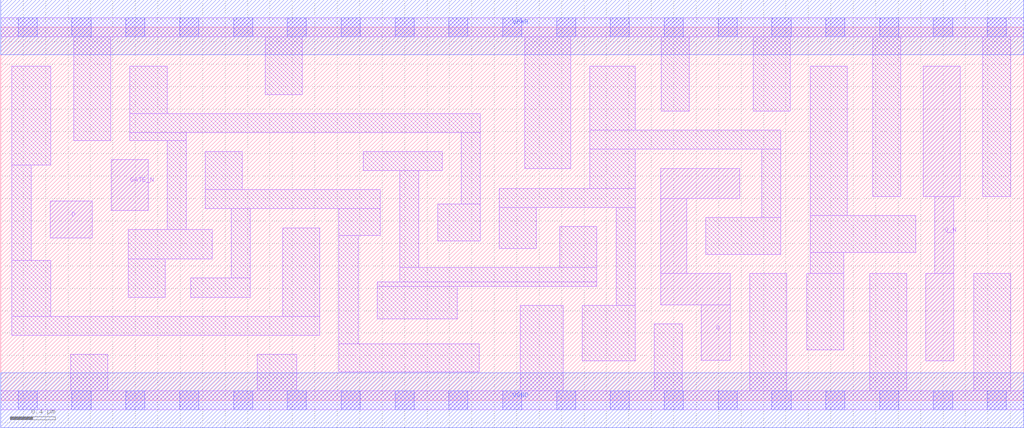
<source format=lef>
# Copyright 2020 The SkyWater PDK Authors
#
# Licensed under the Apache License, Version 2.0 (the "License");
# you may not use this file except in compliance with the License.
# You may obtain a copy of the License at
#
#     https://www.apache.org/licenses/LICENSE-2.0
#
# Unless required by applicable law or agreed to in writing, software
# distributed under the License is distributed on an "AS IS" BASIS,
# WITHOUT WARRANTIES OR CONDITIONS OF ANY KIND, either express or implied.
# See the License for the specific language governing permissions and
# limitations under the License.
#
# SPDX-License-Identifier: Apache-2.0

VERSION 5.7 ;
  NAMESCASESENSITIVE ON ;
  NOWIREEXTENSIONATPIN ON ;
  DIVIDERCHAR "/" ;
  BUSBITCHARS "[]" ;
UNITS
  DATABASE MICRONS 200 ;
END UNITS
MACRO sky130_fd_sc_ms__dlxbn_2
  CLASS CORE ;
  SOURCE USER ;
  FOREIGN sky130_fd_sc_ms__dlxbn_2 ;
  ORIGIN  0.000000  0.000000 ;
  SIZE  9.120000 BY  3.330000 ;
  SYMMETRY X Y ;
  SITE unit ;
  PIN D
    ANTENNAGATEAREA  0.233700 ;
    DIRECTION INPUT ;
    USE SIGNAL ;
    PORT
      LAYER li1 ;
        RECT 0.440000 1.450000 0.815000 1.780000 ;
    END
  END D
  PIN Q
    ANTENNADIFFAREA  0.509600 ;
    DIRECTION OUTPUT ;
    USE SIGNAL ;
    PORT
      LAYER li1 ;
        RECT 5.885000 0.850000 6.505000 1.130000 ;
        RECT 5.885000 1.130000 6.115000 1.800000 ;
        RECT 5.885000 1.800000 6.590000 2.070000 ;
        RECT 6.245000 0.355000 6.505000 0.850000 ;
    END
  END Q
  PIN Q_N
    ANTENNADIFFAREA  0.509600 ;
    DIRECTION OUTPUT ;
    USE SIGNAL ;
    PORT
      LAYER li1 ;
        RECT 8.225000 1.820000 8.555000 2.980000 ;
        RECT 8.245000 0.350000 8.495000 1.130000 ;
        RECT 8.325000 1.130000 8.495000 1.820000 ;
    END
  END Q_N
  PIN GATE_N
    ANTENNAGATEAREA  0.262200 ;
    DIRECTION INPUT ;
    USE CLOCK ;
    PORT
      LAYER li1 ;
        RECT 0.985000 1.695000 1.315000 2.150000 ;
    END
  END GATE_N
  PIN VGND
    DIRECTION INOUT ;
    USE GROUND ;
    PORT
      LAYER met1 ;
        RECT 0.000000 -0.245000 9.120000 0.245000 ;
    END
  END VGND
  PIN VPWR
    DIRECTION INOUT ;
    USE POWER ;
    PORT
      LAYER met1 ;
        RECT 0.000000 3.085000 9.120000 3.575000 ;
    END
  END VPWR
  OBS
    LAYER li1 ;
      RECT 0.000000 -0.085000 9.120000 0.085000 ;
      RECT 0.000000  3.245000 9.120000 3.415000 ;
      RECT 0.100000  0.580000 2.845000 0.750000 ;
      RECT 0.100000  0.750000 0.445000 1.250000 ;
      RECT 0.100000  1.250000 0.270000 2.100000 ;
      RECT 0.100000  2.100000 0.445000 2.980000 ;
      RECT 0.625000  0.085000 0.955000 0.410000 ;
      RECT 0.650000  2.320000 0.980000 3.245000 ;
      RECT 1.135000  0.920000 1.465000 1.260000 ;
      RECT 1.135000  1.260000 1.885000 1.525000 ;
      RECT 1.150000  2.320000 1.655000 2.390000 ;
      RECT 1.150000  2.390000 4.275000 2.560000 ;
      RECT 1.150000  2.560000 1.485000 2.980000 ;
      RECT 1.485000  1.525000 1.655000 2.320000 ;
      RECT 1.695000  0.920000 2.225000 1.090000 ;
      RECT 1.825000  1.710000 3.385000 1.880000 ;
      RECT 1.825000  1.880000 2.155000 2.220000 ;
      RECT 2.055000  1.090000 2.225000 1.710000 ;
      RECT 2.285000  0.085000 2.640000 0.410000 ;
      RECT 2.360000  2.730000 2.690000 3.245000 ;
      RECT 2.515000  0.750000 2.845000 1.540000 ;
      RECT 3.015000  0.255000 4.265000 0.505000 ;
      RECT 3.015000  0.505000 3.185000 1.470000 ;
      RECT 3.015000  1.470000 3.385000 1.710000 ;
      RECT 3.230000  2.050000 3.935000 2.220000 ;
      RECT 3.355000  0.725000 4.070000 1.015000 ;
      RECT 3.355000  1.015000 5.315000 1.055000 ;
      RECT 3.555000  1.055000 5.315000 1.185000 ;
      RECT 3.555000  1.185000 3.725000 2.050000 ;
      RECT 3.895000  1.420000 4.275000 1.750000 ;
      RECT 4.105000  1.750000 4.275000 2.390000 ;
      RECT 4.445000  1.355000 4.775000 1.720000 ;
      RECT 4.445000  1.720000 5.655000 1.890000 ;
      RECT 4.630000  0.085000 5.015000 0.845000 ;
      RECT 4.670000  2.070000 5.080000 3.245000 ;
      RECT 4.985000  1.185000 5.315000 1.550000 ;
      RECT 5.185000  0.350000 5.655000 0.845000 ;
      RECT 5.250000  1.890000 5.655000 2.240000 ;
      RECT 5.250000  2.240000 6.955000 2.410000 ;
      RECT 5.250000  2.410000 5.655000 2.980000 ;
      RECT 5.485000  0.845000 5.655000 1.720000 ;
      RECT 5.825000  0.085000 6.075000 0.680000 ;
      RECT 5.890000  2.580000 6.140000 3.245000 ;
      RECT 6.285000  1.300000 6.955000 1.630000 ;
      RECT 6.675000  0.085000 7.005000 1.130000 ;
      RECT 6.710000  2.580000 7.040000 3.245000 ;
      RECT 6.785000  1.630000 6.955000 2.240000 ;
      RECT 7.185000  0.450000 7.515000 1.130000 ;
      RECT 7.215000  1.130000 7.515000 1.320000 ;
      RECT 7.215000  1.320000 8.155000 1.650000 ;
      RECT 7.215000  1.650000 7.545000 2.980000 ;
      RECT 7.745000  0.085000 8.075000 1.130000 ;
      RECT 7.775000  1.820000 8.025000 3.245000 ;
      RECT 8.675000  0.085000 9.005000 1.130000 ;
      RECT 8.755000  1.820000 9.005000 3.245000 ;
    LAYER mcon ;
      RECT 0.155000 -0.085000 0.325000 0.085000 ;
      RECT 0.155000  3.245000 0.325000 3.415000 ;
      RECT 0.635000 -0.085000 0.805000 0.085000 ;
      RECT 0.635000  3.245000 0.805000 3.415000 ;
      RECT 1.115000 -0.085000 1.285000 0.085000 ;
      RECT 1.115000  3.245000 1.285000 3.415000 ;
      RECT 1.595000 -0.085000 1.765000 0.085000 ;
      RECT 1.595000  3.245000 1.765000 3.415000 ;
      RECT 2.075000 -0.085000 2.245000 0.085000 ;
      RECT 2.075000  3.245000 2.245000 3.415000 ;
      RECT 2.555000 -0.085000 2.725000 0.085000 ;
      RECT 2.555000  3.245000 2.725000 3.415000 ;
      RECT 3.035000 -0.085000 3.205000 0.085000 ;
      RECT 3.035000  3.245000 3.205000 3.415000 ;
      RECT 3.515000 -0.085000 3.685000 0.085000 ;
      RECT 3.515000  3.245000 3.685000 3.415000 ;
      RECT 3.995000 -0.085000 4.165000 0.085000 ;
      RECT 3.995000  3.245000 4.165000 3.415000 ;
      RECT 4.475000 -0.085000 4.645000 0.085000 ;
      RECT 4.475000  3.245000 4.645000 3.415000 ;
      RECT 4.955000 -0.085000 5.125000 0.085000 ;
      RECT 4.955000  3.245000 5.125000 3.415000 ;
      RECT 5.435000 -0.085000 5.605000 0.085000 ;
      RECT 5.435000  3.245000 5.605000 3.415000 ;
      RECT 5.915000 -0.085000 6.085000 0.085000 ;
      RECT 5.915000  3.245000 6.085000 3.415000 ;
      RECT 6.395000 -0.085000 6.565000 0.085000 ;
      RECT 6.395000  3.245000 6.565000 3.415000 ;
      RECT 6.875000 -0.085000 7.045000 0.085000 ;
      RECT 6.875000  3.245000 7.045000 3.415000 ;
      RECT 7.355000 -0.085000 7.525000 0.085000 ;
      RECT 7.355000  3.245000 7.525000 3.415000 ;
      RECT 7.835000 -0.085000 8.005000 0.085000 ;
      RECT 7.835000  3.245000 8.005000 3.415000 ;
      RECT 8.315000 -0.085000 8.485000 0.085000 ;
      RECT 8.315000  3.245000 8.485000 3.415000 ;
      RECT 8.795000 -0.085000 8.965000 0.085000 ;
      RECT 8.795000  3.245000 8.965000 3.415000 ;
  END
END sky130_fd_sc_ms__dlxbn_2
END LIBRARY

</source>
